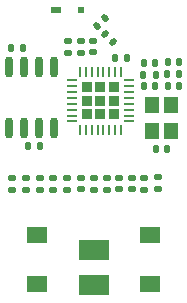
<source format=gbr>
%TF.GenerationSoftware,KiCad,Pcbnew,(6.0.0)*%
%TF.CreationDate,2022-02-11T23:14:06+08:00*%
%TF.ProjectId,esp8266,65737038-3236-4362-9e6b-696361645f70,rev?*%
%TF.SameCoordinates,Original*%
%TF.FileFunction,Paste,Top*%
%TF.FilePolarity,Positive*%
%FSLAX46Y46*%
G04 Gerber Fmt 4.6, Leading zero omitted, Abs format (unit mm)*
G04 Created by KiCad (PCBNEW (6.0.0)) date 2022-02-11 23:14:06*
%MOMM*%
%LPD*%
G01*
G04 APERTURE LIST*
G04 Aperture macros list*
%AMRoundRect*
0 Rectangle with rounded corners*
0 $1 Rounding radius*
0 $2 $3 $4 $5 $6 $7 $8 $9 X,Y pos of 4 corners*
0 Add a 4 corners polygon primitive as box body*
4,1,4,$2,$3,$4,$5,$6,$7,$8,$9,$2,$3,0*
0 Add four circle primitives for the rounded corners*
1,1,$1+$1,$2,$3*
1,1,$1+$1,$4,$5*
1,1,$1+$1,$6,$7*
1,1,$1+$1,$8,$9*
0 Add four rect primitives between the rounded corners*
20,1,$1+$1,$2,$3,$4,$5,0*
20,1,$1+$1,$4,$5,$6,$7,0*
20,1,$1+$1,$6,$7,$8,$9,0*
20,1,$1+$1,$8,$9,$2,$3,0*%
G04 Aperture macros list end*
%ADD10O,0.700000X1.800000*%
%ADD11RoundRect,0.232500X-0.232500X0.232500X-0.232500X-0.232500X0.232500X-0.232500X0.232500X0.232500X0*%
%ADD12RoundRect,0.062500X-0.062500X0.375000X-0.062500X-0.375000X0.062500X-0.375000X0.062500X0.375000X0*%
%ADD13RoundRect,0.062500X-0.375000X0.062500X-0.375000X-0.062500X0.375000X-0.062500X0.375000X0.062500X0*%
%ADD14RoundRect,0.135000X-0.185000X0.135000X-0.185000X-0.135000X0.185000X-0.135000X0.185000X0.135000X0*%
%ADD15RoundRect,0.147500X-0.147500X-0.172500X0.147500X-0.172500X0.147500X0.172500X-0.147500X0.172500X0*%
%ADD16RoundRect,0.147500X-0.172500X0.147500X-0.172500X-0.147500X0.172500X-0.147500X0.172500X0.147500X0*%
%ADD17RoundRect,0.140000X-0.170000X0.140000X-0.170000X-0.140000X0.170000X-0.140000X0.170000X0.140000X0*%
%ADD18RoundRect,0.140000X0.140000X0.170000X-0.140000X0.170000X-0.140000X-0.170000X0.140000X-0.170000X0*%
%ADD19RoundRect,0.135000X-0.135000X-0.185000X0.135000X-0.185000X0.135000X0.185000X-0.135000X0.185000X0*%
%ADD20R,0.497840X0.497840*%
%ADD21R,0.899160X0.497840*%
%ADD22RoundRect,0.135000X0.135000X0.185000X-0.135000X0.185000X-0.135000X-0.185000X0.135000X-0.185000X0*%
%ADD23R,1.800000X1.350000*%
%ADD24R,2.600000X1.800000*%
%ADD25RoundRect,0.140000X-0.140000X-0.170000X0.140000X-0.170000X0.140000X0.170000X-0.140000X0.170000X0*%
%ADD26RoundRect,0.140000X-0.219203X-0.021213X-0.021213X-0.219203X0.219203X0.021213X0.021213X0.219203X0*%
%ADD27RoundRect,0.140000X-0.021213X0.219203X-0.219203X0.021213X0.021213X-0.219203X0.219203X-0.021213X0*%
%ADD28RoundRect,0.135000X0.185000X-0.135000X0.185000X0.135000X-0.185000X0.135000X-0.185000X-0.135000X0*%
%ADD29R,1.150000X1.400000*%
G04 APERTURE END LIST*
D10*
%TO.C,U2*%
X122590000Y-121230000D03*
X123860000Y-121230000D03*
X125130000Y-121230000D03*
X126400000Y-121230000D03*
X126400000Y-116030000D03*
X125130000Y-116030000D03*
X123860000Y-116030000D03*
X122590000Y-116030000D03*
%TD*%
D11*
%TO.C,U1*%
X129220000Y-118890000D03*
X130370000Y-118890000D03*
X129220000Y-117740000D03*
X130370000Y-117740000D03*
X131520000Y-117740000D03*
X131520000Y-118890000D03*
X129220000Y-120040000D03*
X130370000Y-120040000D03*
X131520000Y-120040000D03*
D12*
X132120000Y-116452500D03*
X131620000Y-116452500D03*
X131120000Y-116452500D03*
X130620000Y-116452500D03*
X130120000Y-116452500D03*
X129620000Y-116452500D03*
X129120000Y-116452500D03*
X128620000Y-116452500D03*
D13*
X127932500Y-117140000D03*
X127932500Y-117640000D03*
X127932500Y-118140000D03*
X127932500Y-118640000D03*
X127932500Y-119140000D03*
X127932500Y-119640000D03*
X127932500Y-120140000D03*
X127932500Y-120640000D03*
D12*
X128620000Y-121327500D03*
X129120000Y-121327500D03*
X129620000Y-121327500D03*
X130120000Y-121327500D03*
X130620000Y-121327500D03*
X131120000Y-121327500D03*
X131620000Y-121327500D03*
X132120000Y-121327500D03*
D13*
X132807500Y-120640000D03*
X132807500Y-120140000D03*
X132807500Y-119640000D03*
X132807500Y-119140000D03*
X132807500Y-118640000D03*
X132807500Y-118140000D03*
X132807500Y-117640000D03*
X132807500Y-117140000D03*
%TD*%
D14*
%TO.C,R9*%
X135211499Y-125377793D03*
X135211499Y-126397793D03*
%TD*%
D15*
%TO.C,L1*%
X131615000Y-115250000D03*
X132585000Y-115250000D03*
%TD*%
D14*
%TO.C,R8*%
X129850000Y-125390000D03*
X129850000Y-126410000D03*
%TD*%
D16*
%TO.C,D2*%
X133025109Y-125422793D03*
X133025109Y-126392793D03*
%TD*%
D14*
%TO.C,R5*%
X134096719Y-125397793D03*
X134096719Y-126417793D03*
%TD*%
D17*
%TO.C,C2*%
X129744006Y-113800000D03*
X129744006Y-114760000D03*
%TD*%
D18*
%TO.C,C7*%
X137030000Y-115635000D03*
X136070000Y-115635000D03*
%TD*%
D19*
%TO.C,R11*%
X136020000Y-116640000D03*
X137040000Y-116640000D03*
%TD*%
D20*
%TO.C,E1*%
X128740000Y-111228920D03*
D21*
X126641960Y-111228920D03*
%TD*%
D22*
%TO.C,R14*%
X125224000Y-122750000D03*
X124204000Y-122750000D03*
%TD*%
D23*
%TO.C,SW2*%
X125029000Y-130259000D03*
X125029000Y-134409000D03*
%TD*%
D22*
%TO.C,R13*%
X123800000Y-114400000D03*
X122780000Y-114400000D03*
%TD*%
D18*
%TO.C,C3*%
X134980000Y-117670000D03*
X134020000Y-117670000D03*
%TD*%
D22*
%TO.C,R3*%
X134010000Y-116665000D03*
X135030000Y-116665000D03*
%TD*%
D24*
%TO.C,C1*%
X129794000Y-131496500D03*
X129794000Y-134496500D03*
%TD*%
D18*
%TO.C,C9*%
X137030000Y-117645000D03*
X136070000Y-117645000D03*
%TD*%
D16*
%TO.C,D3*%
X131953499Y-125422793D03*
X131953499Y-126392793D03*
%TD*%
D25*
%TO.C,C8*%
X135050000Y-123000000D03*
X136010000Y-123000000D03*
%TD*%
D16*
%TO.C,D1*%
X128693223Y-125415000D03*
X128693223Y-126385000D03*
%TD*%
D14*
%TO.C,R4*%
X124066115Y-125390000D03*
X124066115Y-126410000D03*
%TD*%
%TO.C,R15*%
X127624006Y-114810000D03*
X127624006Y-113790000D03*
%TD*%
D26*
%TO.C,C5*%
X130750589Y-113190589D03*
X131429411Y-113869411D03*
%TD*%
D23*
%TO.C,SW1*%
X134559000Y-130259000D03*
X134559000Y-134409000D03*
%TD*%
D18*
%TO.C,C4*%
X134980000Y-115660000D03*
X134020000Y-115660000D03*
%TD*%
D14*
%TO.C,R10*%
X126379669Y-125390000D03*
X126379669Y-126410000D03*
%TD*%
D27*
%TO.C,C6*%
X130749411Y-111860589D03*
X130070589Y-112539411D03*
%TD*%
D14*
%TO.C,R12*%
X122909338Y-125390000D03*
X122909338Y-126410000D03*
%TD*%
%TO.C,R2*%
X127536446Y-125390000D03*
X127536446Y-126410000D03*
%TD*%
%TO.C,R6*%
X130923499Y-125397793D03*
X130923499Y-126417793D03*
%TD*%
%TO.C,R1*%
X125222892Y-125390000D03*
X125222892Y-126410000D03*
%TD*%
D28*
%TO.C,R7*%
X128689006Y-114810000D03*
X128689006Y-113790000D03*
%TD*%
D29*
%TO.C,Y1*%
X134730000Y-119220000D03*
X134730000Y-121420000D03*
X136330000Y-121420000D03*
X136330000Y-119220000D03*
%TD*%
M02*

</source>
